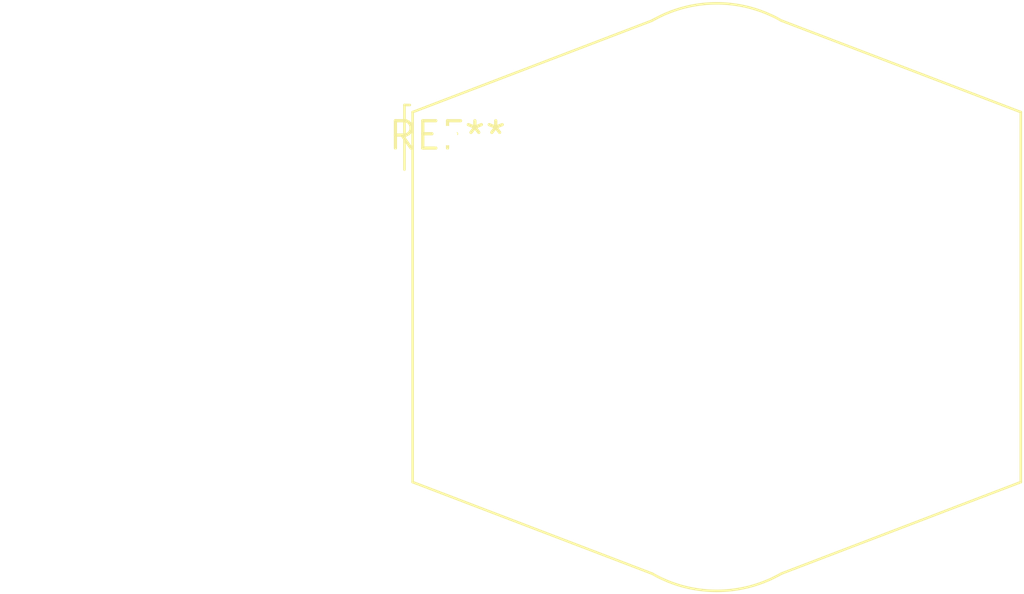
<source format=kicad_pcb>
(kicad_pcb (version 20240108) (generator pcbnew)
  (layers (0 "F.Cu" signal) (31 "B.Cu" signal) (34 "B.Paste" user) (35 "F.Paste" user) (36 "B.SilkS" user "B.Silkscreen") (37 "F.SilkS" user "F.Silkscreen") (38 "B.Mask" user) (39 "F.Mask" user) (44 "Edge.Cuts" user))
  (net 0 "")
  (footprint "Choke_Schaffner_RN122-04-28.0x27.0mm" (layer "F.Cu") (at 0 0)
    (property "Reference" "REF**")
    (property "Value" "Choke_Schaffner_RN122-04-28.0x27.0mm")
    (fp_line (start -2 -1.42) (end -2 1.58) (layer "F.SilkS") (stroke (width 0.12)))
    (fp_line (start -2 -1.42) (end -1.75 -1.42) (layer "F.SilkS") (stroke (width 0.12)))
    (fp_line (start -1.62 -1.09) (end 9.5 -5.34) (layer "F.SilkS") (stroke (width 0.12)))
    (fp_line (start -1.62 16.09) (end -1.62 -1.09) (layer "F.SilkS") (stroke (width 0.12)))
    (fp_line (start 9.5 20.34) (end -1.62 16.09) (layer "F.SilkS") (stroke (width 0.12)))
    (fp_line (start 15.5 -5.34) (end 26.62 -1.09) (layer "F.SilkS") (stroke (width 0.12)))
    (fp_line (start 26.62 -1.09) (end 26.62 16.09) (layer "F.SilkS") (stroke (width 0.12)))
    (fp_line (start 26.62 16.09) (end 15.5 20.34) (layer "F.SilkS") (stroke (width 0.12)))
    (fp_arc (start 9.5 -5.34) (mid 12.511924 -6.140653) (end 15.520653 -5.328076) (layer "F.SilkS") (stroke (width 0.12)))
    (fp_arc (start 15.5 20.34) (mid 12.488076 21.140653) (end 9.479347 20.328076) (layer "F.SilkS") (stroke (width 0.12)))
    (pad "1" thru_hole rect (at 0 0) (size 2 2) (drill 0.9) (layers *.Cu *.Mask) (remove_unused_layers))
    (pad "2" thru_hole circle (at 25 0) (size 2 2) (drill 0.9) (layers *.Cu *.Mask) (remove_unused_layers))
    (pad "3" thru_hole circle (at 0 15) (size 2 2) (drill 0.9) (layers *.Cu *.Mask) (remove_unused_layers))
    (pad "4" thru_hole circle (at 25 15) (size 2 2) (drill 0.9) (layers *.Cu *.Mask) (remove_unused_layers))
  )
)
</source>
